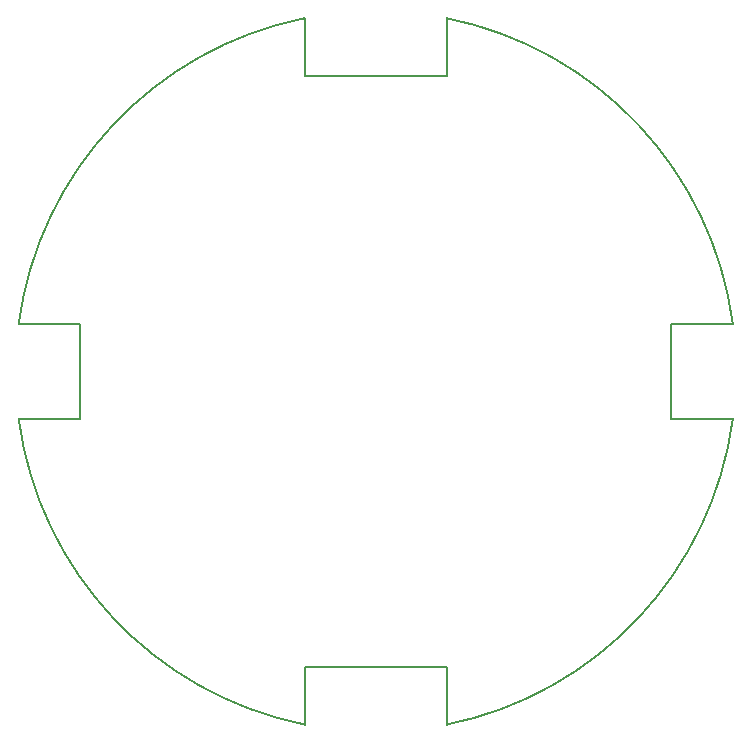
<source format=gko>
%FSLAX44Y44*%
%MOMM*%
G71*
G01*
G75*
G04 Layer_Color=16711935*
%ADD10R,0.6000X0.5000*%
%ADD11R,0.5000X0.6000*%
%ADD12R,0.7000X0.6000*%
%ADD13R,1.0000X1.6000*%
G04:AMPARAMS|DCode=14|XSize=3mm|YSize=2.1mm|CornerRadius=0mm|HoleSize=0mm|Usage=FLASHONLY|Rotation=203.500|XOffset=0mm|YOffset=0mm|HoleType=Round|Shape=Rectangle|*
%AMROTATEDRECTD14*
4,1,4,0.9569,1.5610,1.7943,-0.3648,-0.9569,-1.5610,-1.7943,0.3648,0.9569,1.5610,0.0*
%
%ADD14ROTATEDRECTD14*%

G04:AMPARAMS|DCode=15|XSize=2.1mm|YSize=0.8mm|CornerRadius=0mm|HoleSize=0mm|Usage=FLASHONLY|Rotation=203.500|XOffset=0mm|YOffset=0mm|HoleType=Round|Shape=Rectangle|*
%AMROTATEDRECTD15*
4,1,4,0.8034,0.7855,1.1224,0.0519,-0.8034,-0.7855,-1.1224,-0.0519,0.8034,0.7855,0.0*
%
%ADD15ROTATEDRECTD15*%

G04:AMPARAMS|DCode=16|XSize=2mm|YSize=1.2mm|CornerRadius=0mm|HoleSize=0mm|Usage=FLASHONLY|Rotation=150.000|XOffset=0mm|YOffset=0mm|HoleType=Round|Shape=Rectangle|*
%AMROTATEDRECTD16*
4,1,4,1.1660,0.0196,0.5660,-1.0196,-1.1660,-0.0196,-0.5660,1.0196,1.1660,0.0196,0.0*
%
%ADD16ROTATEDRECTD16*%

%ADD17R,1.3500X0.3000*%
%ADD18R,1.3500X0.2500*%
%ADD19R,0.5000X1.7000*%
G04:AMPARAMS|DCode=20|XSize=0.32mm|YSize=1.7mm|CornerRadius=0.08mm|HoleSize=0mm|Usage=FLASHONLY|Rotation=0.000|XOffset=0mm|YOffset=0mm|HoleType=Round|Shape=RoundedRectangle|*
%AMROUNDEDRECTD20*
21,1,0.3200,1.5400,0,0,0.0*
21,1,0.1600,1.7000,0,0,0.0*
1,1,0.1600,0.0800,-0.7700*
1,1,0.1600,-0.0800,-0.7700*
1,1,0.1600,-0.0800,0.7700*
1,1,0.1600,0.0800,0.7700*
%
%ADD20ROUNDEDRECTD20*%
%ADD21R,0.4064X0.5500*%
%ADD22R,0.3048X0.5500*%
%ADD23R,1.3970X1.3970*%
%ADD24R,0.8890X1.0160*%
%ADD25C,0.2540*%
%ADD26C,1.0000*%
%ADD27C,0.6000*%
%ADD28C,0.4000*%
%ADD29C,0.3000*%
%ADD30C,0.5000*%
G04:AMPARAMS|DCode=31|XSize=4mm|YSize=4mm|CornerRadius=2mm|HoleSize=0mm|Usage=FLASHONLY|Rotation=0.000|XOffset=0mm|YOffset=0mm|HoleType=Round|Shape=RoundedRectangle|*
%AMROUNDEDRECTD31*
21,1,4.0000,0.0000,0,0,0.0*
21,1,0.0000,4.0000,0,0,0.0*
1,1,4.0000,0.0000,0.0000*
1,1,4.0000,0.0000,0.0000*
1,1,4.0000,0.0000,0.0000*
1,1,4.0000,0.0000,0.0000*
%
%ADD31ROUNDEDRECTD31*%
%ADD32O,2.0000X0.7500*%
%ADD33C,1.0000*%
%ADD34C,0.5000*%
%ADD35R,0.8128X0.8128*%
%ADD36R,2.1000X0.8000*%
%ADD37R,3.0000X2.1000*%
%ADD38R,0.8000X2.1000*%
%ADD39R,2.1000X3.0000*%
%ADD40R,0.6096X2.0320*%
%ADD41O,0.6096X2.0320*%
%ADD42R,1.3970X1.3970*%
%ADD43R,1.6000X1.2000*%
%ADD44R,2.1500X6.3000*%
%ADD45R,1.2000X1.8000*%
%ADD46R,0.8128X1.0668*%
%ADD47R,0.7000X1.4000*%
%ADD48R,1.8000X2.8000*%
%ADD49R,1.5200X0.7600*%
%ADD50R,1.0668X0.8128*%
%ADD51R,0.8128X0.8128*%
%ADD52R,1.2000X2.2000*%
%ADD53R,1.6000X1.4000*%
%ADD54R,1.1000X1.4000*%
%ADD55R,0.7000X1.6000*%
G04:AMPARAMS|DCode=56|XSize=2mm|YSize=2mm|CornerRadius=0mm|HoleSize=0mm|Usage=FLASHONLY|Rotation=180.000|XOffset=0mm|YOffset=0mm|HoleType=Round|Shape=RoundedRectangle|*
%AMROUNDEDRECTD56*
21,1,2.0000,2.0000,0,0,180.0*
21,1,2.0000,2.0000,0,0,180.0*
1,1,0.0000,-1.0000,1.0000*
1,1,0.0000,1.0000,1.0000*
1,1,0.0000,1.0000,-1.0000*
1,1,0.0000,-1.0000,-1.0000*
%
%ADD56ROUNDEDRECTD56*%
%ADD57C,0.8000*%
%ADD58C,0.1250*%
%ADD59C,0.1200*%
%ADD60R,0.8032X0.7032*%
%ADD61R,0.7032X0.8032*%
%ADD62R,0.9032X0.8032*%
%ADD63R,1.2032X1.8032*%
G04:AMPARAMS|DCode=64|XSize=3.2032mm|YSize=2.3032mm|CornerRadius=0mm|HoleSize=0mm|Usage=FLASHONLY|Rotation=203.500|XOffset=0mm|YOffset=0mm|HoleType=Round|Shape=Rectangle|*
%AMROTATEDRECTD64*
4,1,4,1.0096,1.6947,1.9280,-0.4174,-1.0096,-1.6947,-1.9280,0.4174,1.0096,1.6947,0.0*
%
%ADD64ROTATEDRECTD64*%

G04:AMPARAMS|DCode=65|XSize=2.3032mm|YSize=1.0032mm|CornerRadius=0mm|HoleSize=0mm|Usage=FLASHONLY|Rotation=203.500|XOffset=0mm|YOffset=0mm|HoleType=Round|Shape=Rectangle|*
%AMROTATEDRECTD65*
4,1,4,0.8561,0.9192,1.2561,-0.0008,-0.8561,-0.9192,-1.2561,0.0008,0.8561,0.9192,0.0*
%
%ADD65ROTATEDRECTD65*%

G04:AMPARAMS|DCode=66|XSize=2.2032mm|YSize=1.4032mm|CornerRadius=0mm|HoleSize=0mm|Usage=FLASHONLY|Rotation=150.000|XOffset=0mm|YOffset=0mm|HoleType=Round|Shape=Rectangle|*
%AMROTATEDRECTD66*
4,1,4,1.3048,0.0568,0.6032,-1.1584,-1.3048,-0.0568,-0.6032,1.1584,1.3048,0.0568,0.0*
%
%ADD66ROTATEDRECTD66*%

%ADD67R,1.5532X0.5032*%
%ADD68R,1.5532X0.4532*%
%ADD69R,0.7032X1.9032*%
G04:AMPARAMS|DCode=70|XSize=0.5232mm|YSize=1.9032mm|CornerRadius=0.1816mm|HoleSize=0mm|Usage=FLASHONLY|Rotation=0.000|XOffset=0mm|YOffset=0mm|HoleType=Round|Shape=RoundedRectangle|*
%AMROUNDEDRECTD70*
21,1,0.5232,1.5400,0,0,0.0*
21,1,0.1600,1.9032,0,0,0.0*
1,1,0.3632,0.0800,-0.7700*
1,1,0.3632,-0.0800,-0.7700*
1,1,0.3632,-0.0800,0.7700*
1,1,0.3632,0.0800,0.7700*
%
%ADD70ROUNDEDRECTD70*%
%ADD71R,0.6096X0.7532*%
%ADD72R,0.5080X0.7532*%
%ADD73R,1.6002X1.6002*%
%ADD74R,1.0922X1.2192*%
G04:AMPARAMS|DCode=75|XSize=4.2032mm|YSize=4.2032mm|CornerRadius=2.1016mm|HoleSize=0mm|Usage=FLASHONLY|Rotation=0.000|XOffset=0mm|YOffset=0mm|HoleType=Round|Shape=RoundedRectangle|*
%AMROUNDEDRECTD75*
21,1,4.2032,0.0000,0,0,0.0*
21,1,0.0000,4.2032,0,0,0.0*
1,1,4.2032,0.0000,0.0000*
1,1,4.2032,0.0000,0.0000*
1,1,4.2032,0.0000,0.0000*
1,1,4.2032,0.0000,0.0000*
%
%ADD75ROUNDEDRECTD75*%
%ADD76O,2.2032X0.9532*%
%ADD77C,1.2032*%
%ADD78R,1.0160X1.0160*%
%ADD79R,2.3032X1.0032*%
%ADD80R,3.2032X2.3032*%
%ADD81R,1.0032X2.3032*%
%ADD82R,2.3032X3.2032*%
%ADD83R,0.8128X2.2352*%
%ADD84O,0.8128X2.2352*%
%ADD85R,1.6002X1.6002*%
%ADD86R,1.8032X1.4032*%
%ADD87R,2.3532X6.5032*%
%ADD88R,1.4032X2.0032*%
%ADD89R,1.0160X1.2700*%
%ADD90R,0.9032X1.6032*%
%ADD91R,2.0032X3.0032*%
%ADD92R,1.7232X0.9632*%
%ADD93R,1.2700X1.0160*%
%ADD94R,1.0160X1.0160*%
%ADD95R,1.4032X2.4032*%
%ADD96R,1.8032X1.6032*%
%ADD97R,1.3032X1.6032*%
%ADD98R,0.9032X1.8032*%
G04:AMPARAMS|DCode=99|XSize=2.2032mm|YSize=2.2032mm|CornerRadius=0mm|HoleSize=0mm|Usage=FLASHONLY|Rotation=180.000|XOffset=0mm|YOffset=0mm|HoleType=Round|Shape=RoundedRectangle|*
%AMROUNDEDRECTD99*
21,1,2.2032,2.2032,0,0,180.0*
21,1,2.2032,2.2032,0,0,180.0*
1,1,0.0000,-1.1016,1.1016*
1,1,0.0000,1.1016,1.1016*
1,1,0.0000,1.1016,-1.1016*
1,1,0.0000,-1.1016,-1.1016*
%
%ADD99ROUNDEDRECTD99*%
%ADD100C,0.1999*%
%ADD101C,0.1000*%
%ADD102C,0.1270*%
%ADD103C,0.2032*%
%ADD104C,0.1500*%
%ADD105C,0.2000*%
D102*
X-302336Y-40222D02*
G03*
X-60113Y-299017I302336J40222D01*
G01*
X302342Y40180D02*
G03*
X60113Y299017I-302342J-40180D01*
G01*
X60082Y-299024D02*
G03*
X302364Y-40011I-60082J299024D01*
G01*
X-60176Y299005D02*
G03*
X-302336Y40222I60176J-299005D01*
G01*
X-60000Y250000D02*
X60000D01*
X250000Y-40000D02*
Y40000D01*
X-60000Y-250000D02*
X60000D01*
X-250000Y-40000D02*
Y40000D01*
X60000Y250000D02*
Y299000D01*
X-60000Y250000D02*
Y299005D01*
Y-299000D02*
Y-250000D01*
X60000Y-299000D02*
Y-250000D01*
X250000Y-40000D02*
X302277D01*
X250000Y40000D02*
X302342D01*
X-302336D02*
X-250000D01*
X-302336Y-40000D02*
X-250000D01*
M02*

</source>
